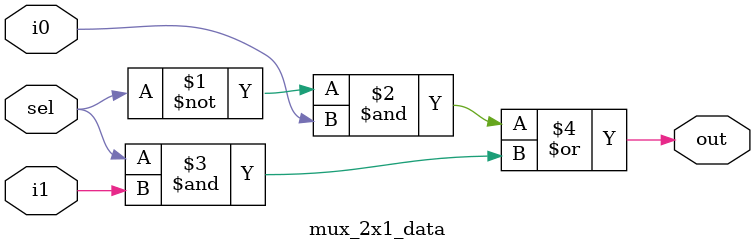
<source format=v>
module mux_2x1_data(i0,i1,sel,out);
input i0,i1,sel;
output out;
assign out= (~sel & i0) | (sel & i1);
endmodule

</source>
